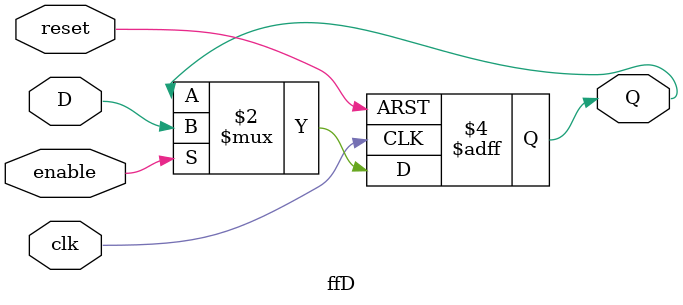
<source format=v>

module ffD(input clk, reset, enable, input D, output reg Q);

    always @(posedge clk, posedge reset) begin
      //Hacemos que el reset haga Q = 0
      if (reset) begin
        Q <= 0;
        end
      //Hacemos que el Enable funcione
      else if (enable) begin
        Q <= D;
        end
    end //Always
endmodule

</source>
